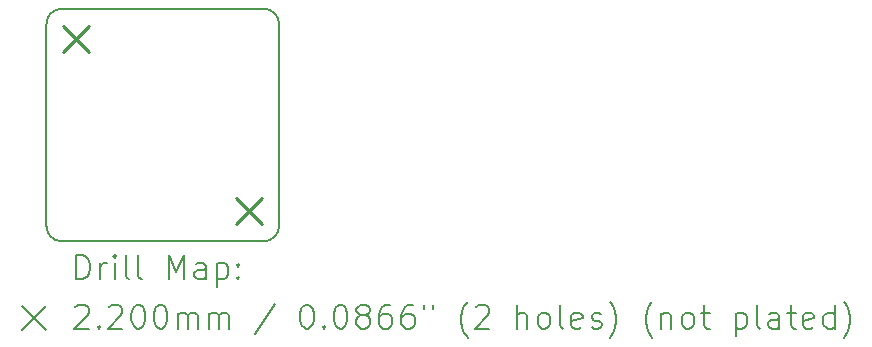
<source format=gbr>
%TF.GenerationSoftware,KiCad,Pcbnew,8.0.2*%
%TF.CreationDate,2024-05-02T19:27:18+02:00*%
%TF.ProjectId,VR-Conditioner-MAX9926+reg,56522d43-6f6e-4646-9974-696f6e65722d,3.7*%
%TF.SameCoordinates,PX68c4118PY713e7a8*%
%TF.FileFunction,Drillmap*%
%TF.FilePolarity,Positive*%
%FSLAX45Y45*%
G04 Gerber Fmt 4.5, Leading zero omitted, Abs format (unit mm)*
G04 Created by KiCad (PCBNEW 8.0.2) date 2024-05-02 19:27:18*
%MOMM*%
%LPD*%
G01*
G04 APERTURE LIST*
%ADD10C,0.150000*%
%ADD11C,0.200000*%
%ADD12C,0.220000*%
G04 APERTURE END LIST*
D10*
X254000Y2095500D02*
G75*
G02*
X381000Y2222500I127000J0D01*
G01*
X381000Y254000D02*
G75*
G02*
X254000Y381000I0J127000D01*
G01*
X2222500Y381000D02*
G75*
G02*
X2095500Y254000I-127000J0D01*
G01*
X2095500Y2222500D02*
G75*
G02*
X2222500Y2095500I0J-127000D01*
G01*
X254000Y381000D02*
X254000Y2095500D01*
X2095500Y254000D02*
X381000Y254000D01*
X2222500Y2095500D02*
X2222500Y381000D01*
X381000Y2222500D02*
X2095500Y2222500D01*
D11*
D12*
X398000Y2078500D02*
X618000Y1858500D01*
X618000Y2078500D02*
X398000Y1858500D01*
X1858500Y618000D02*
X2078500Y398000D01*
X2078500Y618000D02*
X1858500Y398000D01*
D11*
X507277Y-64984D02*
X507277Y135016D01*
X507277Y135016D02*
X554896Y135016D01*
X554896Y135016D02*
X583467Y125492D01*
X583467Y125492D02*
X602515Y106445D01*
X602515Y106445D02*
X612039Y87397D01*
X612039Y87397D02*
X621563Y49302D01*
X621563Y49302D02*
X621563Y20731D01*
X621563Y20731D02*
X612039Y-17365D01*
X612039Y-17365D02*
X602515Y-36412D01*
X602515Y-36412D02*
X583467Y-55460D01*
X583467Y-55460D02*
X554896Y-64984D01*
X554896Y-64984D02*
X507277Y-64984D01*
X707277Y-64984D02*
X707277Y68350D01*
X707277Y30254D02*
X716801Y49302D01*
X716801Y49302D02*
X726324Y58826D01*
X726324Y58826D02*
X745372Y68350D01*
X745372Y68350D02*
X764420Y68350D01*
X831086Y-64984D02*
X831086Y68350D01*
X831086Y135016D02*
X821562Y125492D01*
X821562Y125492D02*
X831086Y115969D01*
X831086Y115969D02*
X840610Y125492D01*
X840610Y125492D02*
X831086Y135016D01*
X831086Y135016D02*
X831086Y115969D01*
X954896Y-64984D02*
X935848Y-55460D01*
X935848Y-55460D02*
X926324Y-36412D01*
X926324Y-36412D02*
X926324Y135016D01*
X1059658Y-64984D02*
X1040610Y-55460D01*
X1040610Y-55460D02*
X1031086Y-36412D01*
X1031086Y-36412D02*
X1031086Y135016D01*
X1288229Y-64984D02*
X1288229Y135016D01*
X1288229Y135016D02*
X1354896Y-7841D01*
X1354896Y-7841D02*
X1421562Y135016D01*
X1421562Y135016D02*
X1421562Y-64984D01*
X1602515Y-64984D02*
X1602515Y39778D01*
X1602515Y39778D02*
X1592991Y58826D01*
X1592991Y58826D02*
X1573943Y68350D01*
X1573943Y68350D02*
X1535848Y68350D01*
X1535848Y68350D02*
X1516801Y58826D01*
X1602515Y-55460D02*
X1583467Y-64984D01*
X1583467Y-64984D02*
X1535848Y-64984D01*
X1535848Y-64984D02*
X1516801Y-55460D01*
X1516801Y-55460D02*
X1507277Y-36412D01*
X1507277Y-36412D02*
X1507277Y-17365D01*
X1507277Y-17365D02*
X1516801Y1683D01*
X1516801Y1683D02*
X1535848Y11207D01*
X1535848Y11207D02*
X1583467Y11207D01*
X1583467Y11207D02*
X1602515Y20731D01*
X1697753Y68350D02*
X1697753Y-131650D01*
X1697753Y58826D02*
X1716801Y68350D01*
X1716801Y68350D02*
X1754896Y68350D01*
X1754896Y68350D02*
X1773943Y58826D01*
X1773943Y58826D02*
X1783467Y49302D01*
X1783467Y49302D02*
X1792991Y30254D01*
X1792991Y30254D02*
X1792991Y-26888D01*
X1792991Y-26888D02*
X1783467Y-45936D01*
X1783467Y-45936D02*
X1773943Y-55460D01*
X1773943Y-55460D02*
X1754896Y-64984D01*
X1754896Y-64984D02*
X1716801Y-64984D01*
X1716801Y-64984D02*
X1697753Y-55460D01*
X1878705Y-45936D02*
X1888229Y-55460D01*
X1888229Y-55460D02*
X1878705Y-64984D01*
X1878705Y-64984D02*
X1869182Y-55460D01*
X1869182Y-55460D02*
X1878705Y-45936D01*
X1878705Y-45936D02*
X1878705Y-64984D01*
X1878705Y58826D02*
X1888229Y49302D01*
X1888229Y49302D02*
X1878705Y39778D01*
X1878705Y39778D02*
X1869182Y49302D01*
X1869182Y49302D02*
X1878705Y58826D01*
X1878705Y58826D02*
X1878705Y39778D01*
X46500Y-293500D02*
X246500Y-493500D01*
X246500Y-293500D02*
X46500Y-493500D01*
X497753Y-304031D02*
X507277Y-294508D01*
X507277Y-294508D02*
X526324Y-284984D01*
X526324Y-284984D02*
X573944Y-284984D01*
X573944Y-284984D02*
X592991Y-294508D01*
X592991Y-294508D02*
X602515Y-304031D01*
X602515Y-304031D02*
X612039Y-323079D01*
X612039Y-323079D02*
X612039Y-342127D01*
X612039Y-342127D02*
X602515Y-370698D01*
X602515Y-370698D02*
X488229Y-484984D01*
X488229Y-484984D02*
X612039Y-484984D01*
X697753Y-465936D02*
X707277Y-475460D01*
X707277Y-475460D02*
X697753Y-484984D01*
X697753Y-484984D02*
X688229Y-475460D01*
X688229Y-475460D02*
X697753Y-465936D01*
X697753Y-465936D02*
X697753Y-484984D01*
X783467Y-304031D02*
X792991Y-294508D01*
X792991Y-294508D02*
X812039Y-284984D01*
X812039Y-284984D02*
X859658Y-284984D01*
X859658Y-284984D02*
X878705Y-294508D01*
X878705Y-294508D02*
X888229Y-304031D01*
X888229Y-304031D02*
X897753Y-323079D01*
X897753Y-323079D02*
X897753Y-342127D01*
X897753Y-342127D02*
X888229Y-370698D01*
X888229Y-370698D02*
X773943Y-484984D01*
X773943Y-484984D02*
X897753Y-484984D01*
X1021562Y-284984D02*
X1040610Y-284984D01*
X1040610Y-284984D02*
X1059658Y-294508D01*
X1059658Y-294508D02*
X1069182Y-304031D01*
X1069182Y-304031D02*
X1078705Y-323079D01*
X1078705Y-323079D02*
X1088229Y-361174D01*
X1088229Y-361174D02*
X1088229Y-408793D01*
X1088229Y-408793D02*
X1078705Y-446888D01*
X1078705Y-446888D02*
X1069182Y-465936D01*
X1069182Y-465936D02*
X1059658Y-475460D01*
X1059658Y-475460D02*
X1040610Y-484984D01*
X1040610Y-484984D02*
X1021562Y-484984D01*
X1021562Y-484984D02*
X1002515Y-475460D01*
X1002515Y-475460D02*
X992991Y-465936D01*
X992991Y-465936D02*
X983467Y-446888D01*
X983467Y-446888D02*
X973943Y-408793D01*
X973943Y-408793D02*
X973943Y-361174D01*
X973943Y-361174D02*
X983467Y-323079D01*
X983467Y-323079D02*
X992991Y-304031D01*
X992991Y-304031D02*
X1002515Y-294508D01*
X1002515Y-294508D02*
X1021562Y-284984D01*
X1212039Y-284984D02*
X1231086Y-284984D01*
X1231086Y-284984D02*
X1250134Y-294508D01*
X1250134Y-294508D02*
X1259658Y-304031D01*
X1259658Y-304031D02*
X1269182Y-323079D01*
X1269182Y-323079D02*
X1278705Y-361174D01*
X1278705Y-361174D02*
X1278705Y-408793D01*
X1278705Y-408793D02*
X1269182Y-446888D01*
X1269182Y-446888D02*
X1259658Y-465936D01*
X1259658Y-465936D02*
X1250134Y-475460D01*
X1250134Y-475460D02*
X1231086Y-484984D01*
X1231086Y-484984D02*
X1212039Y-484984D01*
X1212039Y-484984D02*
X1192991Y-475460D01*
X1192991Y-475460D02*
X1183467Y-465936D01*
X1183467Y-465936D02*
X1173944Y-446888D01*
X1173944Y-446888D02*
X1164420Y-408793D01*
X1164420Y-408793D02*
X1164420Y-361174D01*
X1164420Y-361174D02*
X1173944Y-323079D01*
X1173944Y-323079D02*
X1183467Y-304031D01*
X1183467Y-304031D02*
X1192991Y-294508D01*
X1192991Y-294508D02*
X1212039Y-284984D01*
X1364420Y-484984D02*
X1364420Y-351650D01*
X1364420Y-370698D02*
X1373944Y-361174D01*
X1373944Y-361174D02*
X1392991Y-351650D01*
X1392991Y-351650D02*
X1421563Y-351650D01*
X1421563Y-351650D02*
X1440610Y-361174D01*
X1440610Y-361174D02*
X1450134Y-380222D01*
X1450134Y-380222D02*
X1450134Y-484984D01*
X1450134Y-380222D02*
X1459658Y-361174D01*
X1459658Y-361174D02*
X1478705Y-351650D01*
X1478705Y-351650D02*
X1507277Y-351650D01*
X1507277Y-351650D02*
X1526324Y-361174D01*
X1526324Y-361174D02*
X1535848Y-380222D01*
X1535848Y-380222D02*
X1535848Y-484984D01*
X1631086Y-484984D02*
X1631086Y-351650D01*
X1631086Y-370698D02*
X1640610Y-361174D01*
X1640610Y-361174D02*
X1659658Y-351650D01*
X1659658Y-351650D02*
X1688229Y-351650D01*
X1688229Y-351650D02*
X1707277Y-361174D01*
X1707277Y-361174D02*
X1716801Y-380222D01*
X1716801Y-380222D02*
X1716801Y-484984D01*
X1716801Y-380222D02*
X1726324Y-361174D01*
X1726324Y-361174D02*
X1745372Y-351650D01*
X1745372Y-351650D02*
X1773943Y-351650D01*
X1773943Y-351650D02*
X1792991Y-361174D01*
X1792991Y-361174D02*
X1802515Y-380222D01*
X1802515Y-380222D02*
X1802515Y-484984D01*
X2192991Y-275460D02*
X2021563Y-532603D01*
X2450134Y-284984D02*
X2469182Y-284984D01*
X2469182Y-284984D02*
X2488229Y-294508D01*
X2488229Y-294508D02*
X2497753Y-304031D01*
X2497753Y-304031D02*
X2507277Y-323079D01*
X2507277Y-323079D02*
X2516801Y-361174D01*
X2516801Y-361174D02*
X2516801Y-408793D01*
X2516801Y-408793D02*
X2507277Y-446888D01*
X2507277Y-446888D02*
X2497753Y-465936D01*
X2497753Y-465936D02*
X2488229Y-475460D01*
X2488229Y-475460D02*
X2469182Y-484984D01*
X2469182Y-484984D02*
X2450134Y-484984D01*
X2450134Y-484984D02*
X2431087Y-475460D01*
X2431087Y-475460D02*
X2421563Y-465936D01*
X2421563Y-465936D02*
X2412039Y-446888D01*
X2412039Y-446888D02*
X2402515Y-408793D01*
X2402515Y-408793D02*
X2402515Y-361174D01*
X2402515Y-361174D02*
X2412039Y-323079D01*
X2412039Y-323079D02*
X2421563Y-304031D01*
X2421563Y-304031D02*
X2431087Y-294508D01*
X2431087Y-294508D02*
X2450134Y-284984D01*
X2602515Y-465936D02*
X2612039Y-475460D01*
X2612039Y-475460D02*
X2602515Y-484984D01*
X2602515Y-484984D02*
X2592991Y-475460D01*
X2592991Y-475460D02*
X2602515Y-465936D01*
X2602515Y-465936D02*
X2602515Y-484984D01*
X2735848Y-284984D02*
X2754896Y-284984D01*
X2754896Y-284984D02*
X2773944Y-294508D01*
X2773944Y-294508D02*
X2783468Y-304031D01*
X2783468Y-304031D02*
X2792991Y-323079D01*
X2792991Y-323079D02*
X2802515Y-361174D01*
X2802515Y-361174D02*
X2802515Y-408793D01*
X2802515Y-408793D02*
X2792991Y-446888D01*
X2792991Y-446888D02*
X2783468Y-465936D01*
X2783468Y-465936D02*
X2773944Y-475460D01*
X2773944Y-475460D02*
X2754896Y-484984D01*
X2754896Y-484984D02*
X2735848Y-484984D01*
X2735848Y-484984D02*
X2716801Y-475460D01*
X2716801Y-475460D02*
X2707277Y-465936D01*
X2707277Y-465936D02*
X2697753Y-446888D01*
X2697753Y-446888D02*
X2688229Y-408793D01*
X2688229Y-408793D02*
X2688229Y-361174D01*
X2688229Y-361174D02*
X2697753Y-323079D01*
X2697753Y-323079D02*
X2707277Y-304031D01*
X2707277Y-304031D02*
X2716801Y-294508D01*
X2716801Y-294508D02*
X2735848Y-284984D01*
X2916801Y-370698D02*
X2897753Y-361174D01*
X2897753Y-361174D02*
X2888229Y-351650D01*
X2888229Y-351650D02*
X2878706Y-332603D01*
X2878706Y-332603D02*
X2878706Y-323079D01*
X2878706Y-323079D02*
X2888229Y-304031D01*
X2888229Y-304031D02*
X2897753Y-294508D01*
X2897753Y-294508D02*
X2916801Y-284984D01*
X2916801Y-284984D02*
X2954896Y-284984D01*
X2954896Y-284984D02*
X2973944Y-294508D01*
X2973944Y-294508D02*
X2983467Y-304031D01*
X2983467Y-304031D02*
X2992991Y-323079D01*
X2992991Y-323079D02*
X2992991Y-332603D01*
X2992991Y-332603D02*
X2983467Y-351650D01*
X2983467Y-351650D02*
X2973944Y-361174D01*
X2973944Y-361174D02*
X2954896Y-370698D01*
X2954896Y-370698D02*
X2916801Y-370698D01*
X2916801Y-370698D02*
X2897753Y-380222D01*
X2897753Y-380222D02*
X2888229Y-389746D01*
X2888229Y-389746D02*
X2878706Y-408793D01*
X2878706Y-408793D02*
X2878706Y-446888D01*
X2878706Y-446888D02*
X2888229Y-465936D01*
X2888229Y-465936D02*
X2897753Y-475460D01*
X2897753Y-475460D02*
X2916801Y-484984D01*
X2916801Y-484984D02*
X2954896Y-484984D01*
X2954896Y-484984D02*
X2973944Y-475460D01*
X2973944Y-475460D02*
X2983467Y-465936D01*
X2983467Y-465936D02*
X2992991Y-446888D01*
X2992991Y-446888D02*
X2992991Y-408793D01*
X2992991Y-408793D02*
X2983467Y-389746D01*
X2983467Y-389746D02*
X2973944Y-380222D01*
X2973944Y-380222D02*
X2954896Y-370698D01*
X3164420Y-284984D02*
X3126325Y-284984D01*
X3126325Y-284984D02*
X3107277Y-294508D01*
X3107277Y-294508D02*
X3097753Y-304031D01*
X3097753Y-304031D02*
X3078706Y-332603D01*
X3078706Y-332603D02*
X3069182Y-370698D01*
X3069182Y-370698D02*
X3069182Y-446888D01*
X3069182Y-446888D02*
X3078706Y-465936D01*
X3078706Y-465936D02*
X3088229Y-475460D01*
X3088229Y-475460D02*
X3107277Y-484984D01*
X3107277Y-484984D02*
X3145372Y-484984D01*
X3145372Y-484984D02*
X3164420Y-475460D01*
X3164420Y-475460D02*
X3173944Y-465936D01*
X3173944Y-465936D02*
X3183467Y-446888D01*
X3183467Y-446888D02*
X3183467Y-399269D01*
X3183467Y-399269D02*
X3173944Y-380222D01*
X3173944Y-380222D02*
X3164420Y-370698D01*
X3164420Y-370698D02*
X3145372Y-361174D01*
X3145372Y-361174D02*
X3107277Y-361174D01*
X3107277Y-361174D02*
X3088229Y-370698D01*
X3088229Y-370698D02*
X3078706Y-380222D01*
X3078706Y-380222D02*
X3069182Y-399269D01*
X3354896Y-284984D02*
X3316801Y-284984D01*
X3316801Y-284984D02*
X3297753Y-294508D01*
X3297753Y-294508D02*
X3288229Y-304031D01*
X3288229Y-304031D02*
X3269182Y-332603D01*
X3269182Y-332603D02*
X3259658Y-370698D01*
X3259658Y-370698D02*
X3259658Y-446888D01*
X3259658Y-446888D02*
X3269182Y-465936D01*
X3269182Y-465936D02*
X3278706Y-475460D01*
X3278706Y-475460D02*
X3297753Y-484984D01*
X3297753Y-484984D02*
X3335848Y-484984D01*
X3335848Y-484984D02*
X3354896Y-475460D01*
X3354896Y-475460D02*
X3364420Y-465936D01*
X3364420Y-465936D02*
X3373944Y-446888D01*
X3373944Y-446888D02*
X3373944Y-399269D01*
X3373944Y-399269D02*
X3364420Y-380222D01*
X3364420Y-380222D02*
X3354896Y-370698D01*
X3354896Y-370698D02*
X3335848Y-361174D01*
X3335848Y-361174D02*
X3297753Y-361174D01*
X3297753Y-361174D02*
X3278706Y-370698D01*
X3278706Y-370698D02*
X3269182Y-380222D01*
X3269182Y-380222D02*
X3259658Y-399269D01*
X3450134Y-284984D02*
X3450134Y-323079D01*
X3526325Y-284984D02*
X3526325Y-323079D01*
X3821563Y-561174D02*
X3812039Y-551650D01*
X3812039Y-551650D02*
X3792991Y-523079D01*
X3792991Y-523079D02*
X3783468Y-504031D01*
X3783468Y-504031D02*
X3773944Y-475460D01*
X3773944Y-475460D02*
X3764420Y-427841D01*
X3764420Y-427841D02*
X3764420Y-389746D01*
X3764420Y-389746D02*
X3773944Y-342127D01*
X3773944Y-342127D02*
X3783468Y-313555D01*
X3783468Y-313555D02*
X3792991Y-294508D01*
X3792991Y-294508D02*
X3812039Y-265936D01*
X3812039Y-265936D02*
X3821563Y-256412D01*
X3888229Y-304031D02*
X3897753Y-294508D01*
X3897753Y-294508D02*
X3916801Y-284984D01*
X3916801Y-284984D02*
X3964420Y-284984D01*
X3964420Y-284984D02*
X3983468Y-294508D01*
X3983468Y-294508D02*
X3992991Y-304031D01*
X3992991Y-304031D02*
X4002515Y-323079D01*
X4002515Y-323079D02*
X4002515Y-342127D01*
X4002515Y-342127D02*
X3992991Y-370698D01*
X3992991Y-370698D02*
X3878706Y-484984D01*
X3878706Y-484984D02*
X4002515Y-484984D01*
X4240611Y-484984D02*
X4240611Y-284984D01*
X4326325Y-484984D02*
X4326325Y-380222D01*
X4326325Y-380222D02*
X4316801Y-361174D01*
X4316801Y-361174D02*
X4297753Y-351650D01*
X4297753Y-351650D02*
X4269182Y-351650D01*
X4269182Y-351650D02*
X4250134Y-361174D01*
X4250134Y-361174D02*
X4240611Y-370698D01*
X4450134Y-484984D02*
X4431087Y-475460D01*
X4431087Y-475460D02*
X4421563Y-465936D01*
X4421563Y-465936D02*
X4412039Y-446888D01*
X4412039Y-446888D02*
X4412039Y-389746D01*
X4412039Y-389746D02*
X4421563Y-370698D01*
X4421563Y-370698D02*
X4431087Y-361174D01*
X4431087Y-361174D02*
X4450134Y-351650D01*
X4450134Y-351650D02*
X4478706Y-351650D01*
X4478706Y-351650D02*
X4497753Y-361174D01*
X4497753Y-361174D02*
X4507277Y-370698D01*
X4507277Y-370698D02*
X4516801Y-389746D01*
X4516801Y-389746D02*
X4516801Y-446888D01*
X4516801Y-446888D02*
X4507277Y-465936D01*
X4507277Y-465936D02*
X4497753Y-475460D01*
X4497753Y-475460D02*
X4478706Y-484984D01*
X4478706Y-484984D02*
X4450134Y-484984D01*
X4631087Y-484984D02*
X4612039Y-475460D01*
X4612039Y-475460D02*
X4602515Y-456412D01*
X4602515Y-456412D02*
X4602515Y-284984D01*
X4783468Y-475460D02*
X4764420Y-484984D01*
X4764420Y-484984D02*
X4726325Y-484984D01*
X4726325Y-484984D02*
X4707277Y-475460D01*
X4707277Y-475460D02*
X4697753Y-456412D01*
X4697753Y-456412D02*
X4697753Y-380222D01*
X4697753Y-380222D02*
X4707277Y-361174D01*
X4707277Y-361174D02*
X4726325Y-351650D01*
X4726325Y-351650D02*
X4764420Y-351650D01*
X4764420Y-351650D02*
X4783468Y-361174D01*
X4783468Y-361174D02*
X4792992Y-380222D01*
X4792992Y-380222D02*
X4792992Y-399269D01*
X4792992Y-399269D02*
X4697753Y-418317D01*
X4869182Y-475460D02*
X4888230Y-484984D01*
X4888230Y-484984D02*
X4926325Y-484984D01*
X4926325Y-484984D02*
X4945373Y-475460D01*
X4945373Y-475460D02*
X4954896Y-456412D01*
X4954896Y-456412D02*
X4954896Y-446888D01*
X4954896Y-446888D02*
X4945373Y-427841D01*
X4945373Y-427841D02*
X4926325Y-418317D01*
X4926325Y-418317D02*
X4897753Y-418317D01*
X4897753Y-418317D02*
X4878706Y-408793D01*
X4878706Y-408793D02*
X4869182Y-389746D01*
X4869182Y-389746D02*
X4869182Y-380222D01*
X4869182Y-380222D02*
X4878706Y-361174D01*
X4878706Y-361174D02*
X4897753Y-351650D01*
X4897753Y-351650D02*
X4926325Y-351650D01*
X4926325Y-351650D02*
X4945373Y-361174D01*
X5021563Y-561174D02*
X5031087Y-551650D01*
X5031087Y-551650D02*
X5050134Y-523079D01*
X5050134Y-523079D02*
X5059658Y-504031D01*
X5059658Y-504031D02*
X5069182Y-475460D01*
X5069182Y-475460D02*
X5078706Y-427841D01*
X5078706Y-427841D02*
X5078706Y-389746D01*
X5078706Y-389746D02*
X5069182Y-342127D01*
X5069182Y-342127D02*
X5059658Y-313555D01*
X5059658Y-313555D02*
X5050134Y-294508D01*
X5050134Y-294508D02*
X5031087Y-265936D01*
X5031087Y-265936D02*
X5021563Y-256412D01*
X5383468Y-561174D02*
X5373944Y-551650D01*
X5373944Y-551650D02*
X5354896Y-523079D01*
X5354896Y-523079D02*
X5345373Y-504031D01*
X5345373Y-504031D02*
X5335849Y-475460D01*
X5335849Y-475460D02*
X5326325Y-427841D01*
X5326325Y-427841D02*
X5326325Y-389746D01*
X5326325Y-389746D02*
X5335849Y-342127D01*
X5335849Y-342127D02*
X5345373Y-313555D01*
X5345373Y-313555D02*
X5354896Y-294508D01*
X5354896Y-294508D02*
X5373944Y-265936D01*
X5373944Y-265936D02*
X5383468Y-256412D01*
X5459658Y-351650D02*
X5459658Y-484984D01*
X5459658Y-370698D02*
X5469182Y-361174D01*
X5469182Y-361174D02*
X5488230Y-351650D01*
X5488230Y-351650D02*
X5516801Y-351650D01*
X5516801Y-351650D02*
X5535849Y-361174D01*
X5535849Y-361174D02*
X5545373Y-380222D01*
X5545373Y-380222D02*
X5545373Y-484984D01*
X5669182Y-484984D02*
X5650134Y-475460D01*
X5650134Y-475460D02*
X5640611Y-465936D01*
X5640611Y-465936D02*
X5631087Y-446888D01*
X5631087Y-446888D02*
X5631087Y-389746D01*
X5631087Y-389746D02*
X5640611Y-370698D01*
X5640611Y-370698D02*
X5650134Y-361174D01*
X5650134Y-361174D02*
X5669182Y-351650D01*
X5669182Y-351650D02*
X5697753Y-351650D01*
X5697753Y-351650D02*
X5716801Y-361174D01*
X5716801Y-361174D02*
X5726325Y-370698D01*
X5726325Y-370698D02*
X5735849Y-389746D01*
X5735849Y-389746D02*
X5735849Y-446888D01*
X5735849Y-446888D02*
X5726325Y-465936D01*
X5726325Y-465936D02*
X5716801Y-475460D01*
X5716801Y-475460D02*
X5697753Y-484984D01*
X5697753Y-484984D02*
X5669182Y-484984D01*
X5792992Y-351650D02*
X5869182Y-351650D01*
X5821563Y-284984D02*
X5821563Y-456412D01*
X5821563Y-456412D02*
X5831087Y-475460D01*
X5831087Y-475460D02*
X5850134Y-484984D01*
X5850134Y-484984D02*
X5869182Y-484984D01*
X6088230Y-351650D02*
X6088230Y-551650D01*
X6088230Y-361174D02*
X6107277Y-351650D01*
X6107277Y-351650D02*
X6145373Y-351650D01*
X6145373Y-351650D02*
X6164420Y-361174D01*
X6164420Y-361174D02*
X6173944Y-370698D01*
X6173944Y-370698D02*
X6183468Y-389746D01*
X6183468Y-389746D02*
X6183468Y-446888D01*
X6183468Y-446888D02*
X6173944Y-465936D01*
X6173944Y-465936D02*
X6164420Y-475460D01*
X6164420Y-475460D02*
X6145373Y-484984D01*
X6145373Y-484984D02*
X6107277Y-484984D01*
X6107277Y-484984D02*
X6088230Y-475460D01*
X6297753Y-484984D02*
X6278706Y-475460D01*
X6278706Y-475460D02*
X6269182Y-456412D01*
X6269182Y-456412D02*
X6269182Y-284984D01*
X6459658Y-484984D02*
X6459658Y-380222D01*
X6459658Y-380222D02*
X6450134Y-361174D01*
X6450134Y-361174D02*
X6431087Y-351650D01*
X6431087Y-351650D02*
X6392992Y-351650D01*
X6392992Y-351650D02*
X6373944Y-361174D01*
X6459658Y-475460D02*
X6440611Y-484984D01*
X6440611Y-484984D02*
X6392992Y-484984D01*
X6392992Y-484984D02*
X6373944Y-475460D01*
X6373944Y-475460D02*
X6364420Y-456412D01*
X6364420Y-456412D02*
X6364420Y-437365D01*
X6364420Y-437365D02*
X6373944Y-418317D01*
X6373944Y-418317D02*
X6392992Y-408793D01*
X6392992Y-408793D02*
X6440611Y-408793D01*
X6440611Y-408793D02*
X6459658Y-399269D01*
X6526325Y-351650D02*
X6602515Y-351650D01*
X6554896Y-284984D02*
X6554896Y-456412D01*
X6554896Y-456412D02*
X6564420Y-475460D01*
X6564420Y-475460D02*
X6583468Y-484984D01*
X6583468Y-484984D02*
X6602515Y-484984D01*
X6745373Y-475460D02*
X6726325Y-484984D01*
X6726325Y-484984D02*
X6688230Y-484984D01*
X6688230Y-484984D02*
X6669182Y-475460D01*
X6669182Y-475460D02*
X6659658Y-456412D01*
X6659658Y-456412D02*
X6659658Y-380222D01*
X6659658Y-380222D02*
X6669182Y-361174D01*
X6669182Y-361174D02*
X6688230Y-351650D01*
X6688230Y-351650D02*
X6726325Y-351650D01*
X6726325Y-351650D02*
X6745373Y-361174D01*
X6745373Y-361174D02*
X6754896Y-380222D01*
X6754896Y-380222D02*
X6754896Y-399269D01*
X6754896Y-399269D02*
X6659658Y-418317D01*
X6926325Y-484984D02*
X6926325Y-284984D01*
X6926325Y-475460D02*
X6907277Y-484984D01*
X6907277Y-484984D02*
X6869182Y-484984D01*
X6869182Y-484984D02*
X6850134Y-475460D01*
X6850134Y-475460D02*
X6840611Y-465936D01*
X6840611Y-465936D02*
X6831087Y-446888D01*
X6831087Y-446888D02*
X6831087Y-389746D01*
X6831087Y-389746D02*
X6840611Y-370698D01*
X6840611Y-370698D02*
X6850134Y-361174D01*
X6850134Y-361174D02*
X6869182Y-351650D01*
X6869182Y-351650D02*
X6907277Y-351650D01*
X6907277Y-351650D02*
X6926325Y-361174D01*
X7002515Y-561174D02*
X7012039Y-551650D01*
X7012039Y-551650D02*
X7031087Y-523079D01*
X7031087Y-523079D02*
X7040611Y-504031D01*
X7040611Y-504031D02*
X7050134Y-475460D01*
X7050134Y-475460D02*
X7059658Y-427841D01*
X7059658Y-427841D02*
X7059658Y-389746D01*
X7059658Y-389746D02*
X7050134Y-342127D01*
X7050134Y-342127D02*
X7040611Y-313555D01*
X7040611Y-313555D02*
X7031087Y-294508D01*
X7031087Y-294508D02*
X7012039Y-265936D01*
X7012039Y-265936D02*
X7002515Y-256412D01*
M02*

</source>
